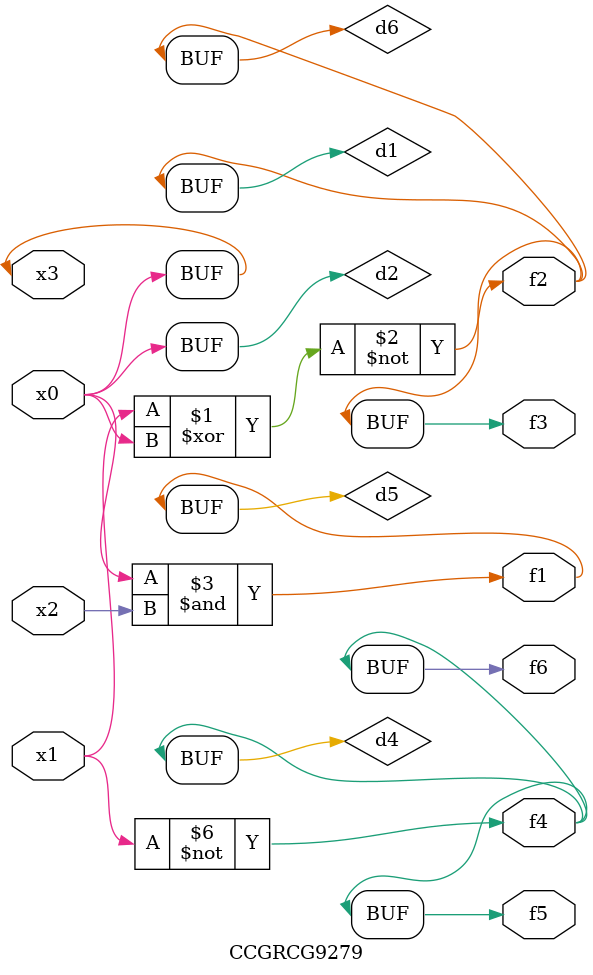
<source format=v>
module CCGRCG9279(
	input x0, x1, x2, x3,
	output f1, f2, f3, f4, f5, f6
);

	wire d1, d2, d3, d4, d5, d6;

	xnor (d1, x1, x3);
	buf (d2, x0, x3);
	nand (d3, x0, x2);
	not (d4, x1);
	nand (d5, d3);
	or (d6, d1);
	assign f1 = d5;
	assign f2 = d6;
	assign f3 = d6;
	assign f4 = d4;
	assign f5 = d4;
	assign f6 = d4;
endmodule

</source>
